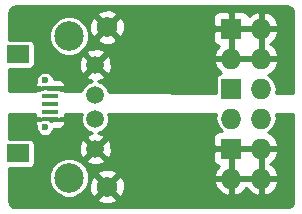
<source format=gbl>
G04 #@! TF.FileFunction,Copper,L2,Bot,Signal*
%FSLAX46Y46*%
G04 Gerber Fmt 4.6, Leading zero omitted, Abs format (unit mm)*
G04 Created by KiCad (PCBNEW (2015-01-02 BZR 5348)-product) date 4/1/2015 10:56:25 PM*
%MOMM*%
G01*
G04 APERTURE LIST*
%ADD10C,0.100000*%
%ADD11C,1.500000*%
%ADD12C,2.500000*%
%ADD13R,1.900000X1.600000*%
%ADD14R,1.350000X0.400000*%
%ADD15C,0.600000*%
%ADD16R,1.727200X1.727200*%
%ADD17O,1.727200X1.727200*%
%ADD18C,1.727200*%
%ADD19C,0.254000*%
G04 APERTURE END LIST*
D10*
D11*
X123000000Y-106060000D03*
X123000000Y-103520000D03*
X123000000Y-101480000D03*
X123000000Y-98940000D03*
D12*
X120800000Y-108500000D03*
X120800000Y-96500000D03*
D13*
X116500000Y-106450000D03*
X116500000Y-98050000D03*
D14*
X119175000Y-102250000D03*
X119175000Y-101600000D03*
X119175000Y-100950000D03*
X119175000Y-102900000D03*
X119175000Y-103550000D03*
D15*
X118750000Y-104250000D03*
X118750000Y-100250000D03*
D16*
X134500000Y-106040000D03*
D17*
X134500000Y-108580000D03*
X137040000Y-106040000D03*
X137040000Y-108580000D03*
D16*
X134500000Y-100960000D03*
D17*
X134500000Y-103500000D03*
X137040000Y-100960000D03*
X137040000Y-103500000D03*
D16*
X134500000Y-95880000D03*
D17*
X134500000Y-98420000D03*
X137040000Y-95880000D03*
X137040000Y-98420000D03*
D18*
X124000000Y-109250000D03*
X124000000Y-95750000D03*
D19*
G36*
X139768200Y-101363553D02*
X138283346Y-101349276D01*
X138360778Y-100960000D01*
X138262172Y-100464272D01*
X137981364Y-100044014D01*
X137592595Y-99784246D01*
X137928490Y-99626821D01*
X138322688Y-99194947D01*
X138494958Y-98779026D01*
X138494958Y-98060974D01*
X138322688Y-97645053D01*
X137928490Y-97213179D01*
X137793687Y-97150000D01*
X137928490Y-97086821D01*
X138322688Y-96654947D01*
X138494958Y-96239026D01*
X138494958Y-95520974D01*
X138322688Y-95105053D01*
X137928490Y-94673179D01*
X137399027Y-94425032D01*
X137167000Y-94545531D01*
X137167000Y-95753000D01*
X138373817Y-95753000D01*
X138494958Y-95520974D01*
X138494958Y-96239026D01*
X138373817Y-96007000D01*
X137167000Y-96007000D01*
X137167000Y-97085531D01*
X137167000Y-97214469D01*
X137167000Y-98293000D01*
X138373817Y-98293000D01*
X138494958Y-98060974D01*
X138494958Y-98779026D01*
X138373817Y-98547000D01*
X137167000Y-98547000D01*
X137167000Y-98567000D01*
X136913000Y-98567000D01*
X136913000Y-98547000D01*
X136913000Y-98293000D01*
X136913000Y-97214469D01*
X136913000Y-97085531D01*
X136913000Y-96007000D01*
X136913000Y-95753000D01*
X136913000Y-94545531D01*
X136680973Y-94425032D01*
X136151510Y-94673179D01*
X135984528Y-94856119D01*
X135901927Y-94656701D01*
X135723298Y-94478073D01*
X135489909Y-94381400D01*
X134785750Y-94381400D01*
X134627000Y-94540150D01*
X134627000Y-95753000D01*
X135706183Y-95753000D01*
X135839850Y-95753000D01*
X136913000Y-95753000D01*
X136913000Y-96007000D01*
X135839850Y-96007000D01*
X135706183Y-96007000D01*
X134627000Y-96007000D01*
X134627000Y-97085531D01*
X134627000Y-97219850D01*
X134627000Y-98293000D01*
X135706183Y-98293000D01*
X135833817Y-98293000D01*
X136913000Y-98293000D01*
X136913000Y-98547000D01*
X135833817Y-98547000D01*
X135706183Y-98547000D01*
X134627000Y-98547000D01*
X134627000Y-98567000D01*
X134373000Y-98567000D01*
X134373000Y-98547000D01*
X134373000Y-98293000D01*
X134373000Y-97219850D01*
X134373000Y-97085531D01*
X134373000Y-96007000D01*
X134373000Y-95753000D01*
X134373000Y-94540150D01*
X134214250Y-94381400D01*
X133510091Y-94381400D01*
X133276702Y-94478073D01*
X133098073Y-94656701D01*
X133001400Y-94890090D01*
X133001400Y-95142709D01*
X133001400Y-95594250D01*
X133160150Y-95753000D01*
X134373000Y-95753000D01*
X134373000Y-96007000D01*
X133160150Y-96007000D01*
X133001400Y-96165750D01*
X133001400Y-96617291D01*
X133001400Y-96869910D01*
X133098073Y-97103299D01*
X133276702Y-97281927D01*
X133474119Y-97363700D01*
X133217312Y-97645053D01*
X133045042Y-98060974D01*
X133166183Y-98293000D01*
X134373000Y-98293000D01*
X134373000Y-98547000D01*
X133166183Y-98547000D01*
X133045042Y-98779026D01*
X133217312Y-99194947D01*
X133611510Y-99626821D01*
X133674069Y-99656141D01*
X133636400Y-99656141D01*
X133471756Y-99688085D01*
X133327049Y-99783142D01*
X133230184Y-99926645D01*
X133196141Y-100096400D01*
X133196141Y-101300360D01*
X125510248Y-101226457D01*
X125510248Y-95981970D01*
X125484058Y-95386365D01*
X125306516Y-94957741D01*
X125053805Y-94875800D01*
X124874200Y-95055405D01*
X124874200Y-94696195D01*
X124792259Y-94443484D01*
X124231970Y-94239752D01*
X123636365Y-94265942D01*
X123207741Y-94443484D01*
X123125800Y-94696195D01*
X124000000Y-95570395D01*
X124874200Y-94696195D01*
X124874200Y-95055405D01*
X124179605Y-95750000D01*
X125053805Y-96624200D01*
X125306516Y-96542259D01*
X125510248Y-95981970D01*
X125510248Y-101226457D01*
X124874200Y-101220341D01*
X124874200Y-96803805D01*
X124000000Y-95929605D01*
X123820395Y-96109210D01*
X123820395Y-95750000D01*
X122946195Y-94875800D01*
X122693484Y-94957741D01*
X122489752Y-95518030D01*
X122515942Y-96113635D01*
X122693484Y-96542259D01*
X122946195Y-96624200D01*
X123820395Y-95750000D01*
X123820395Y-96109210D01*
X123125800Y-96803805D01*
X123207741Y-97056516D01*
X123768030Y-97260248D01*
X124363635Y-97234058D01*
X124792259Y-97056516D01*
X124874200Y-96803805D01*
X124874200Y-101220341D01*
X124397201Y-101215754D01*
X124397201Y-99144829D01*
X124369230Y-98594552D01*
X124212460Y-98216077D01*
X123971517Y-98148088D01*
X123791912Y-98327693D01*
X123791912Y-97968483D01*
X123723923Y-97727540D01*
X123204829Y-97542799D01*
X122654552Y-97570770D01*
X122482091Y-97642205D01*
X122482091Y-96166937D01*
X122226592Y-95548582D01*
X121753907Y-95075071D01*
X121135998Y-94818493D01*
X120466937Y-94817909D01*
X119848582Y-95073408D01*
X119375071Y-95546093D01*
X119118493Y-96164002D01*
X119117909Y-96833063D01*
X119373408Y-97451418D01*
X119846093Y-97924929D01*
X120464002Y-98181507D01*
X121133063Y-98182091D01*
X121751418Y-97926592D01*
X122224929Y-97453907D01*
X122481507Y-96835998D01*
X122482091Y-96166937D01*
X122482091Y-97642205D01*
X122276077Y-97727540D01*
X122208088Y-97968483D01*
X123000000Y-98760395D01*
X123791912Y-97968483D01*
X123791912Y-98327693D01*
X123179605Y-98940000D01*
X123971517Y-99731912D01*
X124212460Y-99663923D01*
X124397201Y-99144829D01*
X124397201Y-101215754D01*
X124168617Y-101213557D01*
X124002466Y-100811439D01*
X123670310Y-100478703D01*
X123271257Y-100313001D01*
X123345448Y-100309230D01*
X123723923Y-100152460D01*
X123791912Y-99911517D01*
X123000000Y-99119605D01*
X122820395Y-99299210D01*
X122820395Y-98940000D01*
X122028483Y-98148088D01*
X121787540Y-98216077D01*
X121602799Y-98735171D01*
X121630770Y-99285448D01*
X121787540Y-99663923D01*
X122028483Y-99731912D01*
X122820395Y-98940000D01*
X122820395Y-99299210D01*
X122208088Y-99911517D01*
X122276077Y-100152460D01*
X122728498Y-100313472D01*
X122331439Y-100477534D01*
X121998703Y-100809690D01*
X121840298Y-101191169D01*
X120454090Y-101177840D01*
X120326250Y-101050000D01*
X120103037Y-101050000D01*
X120019755Y-100993784D01*
X119850000Y-100959741D01*
X118948619Y-100959741D01*
X119163990Y-100870752D01*
X119231860Y-100803000D01*
X119302000Y-100803000D01*
X119302000Y-100850000D01*
X120326250Y-100850000D01*
X120485000Y-100691250D01*
X120485000Y-100623691D01*
X120388327Y-100390302D01*
X120209699Y-100211673D01*
X119976310Y-100115000D01*
X119723691Y-100115000D01*
X119481918Y-100115000D01*
X119481927Y-100105075D01*
X119370752Y-99836010D01*
X119165073Y-99629972D01*
X118896203Y-99518327D01*
X118605075Y-99518073D01*
X118336010Y-99629248D01*
X118129972Y-99834927D01*
X118018327Y-100103797D01*
X118018126Y-100333848D01*
X117961673Y-100390302D01*
X117865000Y-100623691D01*
X117865000Y-100691250D01*
X118023750Y-100850000D01*
X118314933Y-100850000D01*
X118334927Y-100870028D01*
X118550979Y-100959741D01*
X118500000Y-100959741D01*
X118335356Y-100991685D01*
X118246582Y-101050000D01*
X118023750Y-101050000D01*
X117920272Y-101153477D01*
X115731800Y-101132434D01*
X115731800Y-99290259D01*
X117450000Y-99290259D01*
X117614644Y-99258315D01*
X117759351Y-99163258D01*
X117856216Y-99019755D01*
X117890259Y-98850000D01*
X117890259Y-97250000D01*
X117858315Y-97085356D01*
X117763258Y-96940649D01*
X117619755Y-96843784D01*
X117450000Y-96809741D01*
X115731800Y-96809741D01*
X115731800Y-94547450D01*
X115779965Y-94305306D01*
X115890251Y-94140251D01*
X116055305Y-94029965D01*
X116297450Y-93981800D01*
X139202549Y-93981800D01*
X139444693Y-94029965D01*
X139609748Y-94140251D01*
X139720034Y-94305305D01*
X139768200Y-94547450D01*
X139768200Y-101363553D01*
X139768200Y-101363553D01*
G37*
X139768200Y-101363553D02*
X138283346Y-101349276D01*
X138360778Y-100960000D01*
X138262172Y-100464272D01*
X137981364Y-100044014D01*
X137592595Y-99784246D01*
X137928490Y-99626821D01*
X138322688Y-99194947D01*
X138494958Y-98779026D01*
X138494958Y-98060974D01*
X138322688Y-97645053D01*
X137928490Y-97213179D01*
X137793687Y-97150000D01*
X137928490Y-97086821D01*
X138322688Y-96654947D01*
X138494958Y-96239026D01*
X138494958Y-95520974D01*
X138322688Y-95105053D01*
X137928490Y-94673179D01*
X137399027Y-94425032D01*
X137167000Y-94545531D01*
X137167000Y-95753000D01*
X138373817Y-95753000D01*
X138494958Y-95520974D01*
X138494958Y-96239026D01*
X138373817Y-96007000D01*
X137167000Y-96007000D01*
X137167000Y-97085531D01*
X137167000Y-97214469D01*
X137167000Y-98293000D01*
X138373817Y-98293000D01*
X138494958Y-98060974D01*
X138494958Y-98779026D01*
X138373817Y-98547000D01*
X137167000Y-98547000D01*
X137167000Y-98567000D01*
X136913000Y-98567000D01*
X136913000Y-98547000D01*
X136913000Y-98293000D01*
X136913000Y-97214469D01*
X136913000Y-97085531D01*
X136913000Y-96007000D01*
X136913000Y-95753000D01*
X136913000Y-94545531D01*
X136680973Y-94425032D01*
X136151510Y-94673179D01*
X135984528Y-94856119D01*
X135901927Y-94656701D01*
X135723298Y-94478073D01*
X135489909Y-94381400D01*
X134785750Y-94381400D01*
X134627000Y-94540150D01*
X134627000Y-95753000D01*
X135706183Y-95753000D01*
X135839850Y-95753000D01*
X136913000Y-95753000D01*
X136913000Y-96007000D01*
X135839850Y-96007000D01*
X135706183Y-96007000D01*
X134627000Y-96007000D01*
X134627000Y-97085531D01*
X134627000Y-97219850D01*
X134627000Y-98293000D01*
X135706183Y-98293000D01*
X135833817Y-98293000D01*
X136913000Y-98293000D01*
X136913000Y-98547000D01*
X135833817Y-98547000D01*
X135706183Y-98547000D01*
X134627000Y-98547000D01*
X134627000Y-98567000D01*
X134373000Y-98567000D01*
X134373000Y-98547000D01*
X134373000Y-98293000D01*
X134373000Y-97219850D01*
X134373000Y-97085531D01*
X134373000Y-96007000D01*
X134373000Y-95753000D01*
X134373000Y-94540150D01*
X134214250Y-94381400D01*
X133510091Y-94381400D01*
X133276702Y-94478073D01*
X133098073Y-94656701D01*
X133001400Y-94890090D01*
X133001400Y-95142709D01*
X133001400Y-95594250D01*
X133160150Y-95753000D01*
X134373000Y-95753000D01*
X134373000Y-96007000D01*
X133160150Y-96007000D01*
X133001400Y-96165750D01*
X133001400Y-96617291D01*
X133001400Y-96869910D01*
X133098073Y-97103299D01*
X133276702Y-97281927D01*
X133474119Y-97363700D01*
X133217312Y-97645053D01*
X133045042Y-98060974D01*
X133166183Y-98293000D01*
X134373000Y-98293000D01*
X134373000Y-98547000D01*
X133166183Y-98547000D01*
X133045042Y-98779026D01*
X133217312Y-99194947D01*
X133611510Y-99626821D01*
X133674069Y-99656141D01*
X133636400Y-99656141D01*
X133471756Y-99688085D01*
X133327049Y-99783142D01*
X133230184Y-99926645D01*
X133196141Y-100096400D01*
X133196141Y-101300360D01*
X125510248Y-101226457D01*
X125510248Y-95981970D01*
X125484058Y-95386365D01*
X125306516Y-94957741D01*
X125053805Y-94875800D01*
X124874200Y-95055405D01*
X124874200Y-94696195D01*
X124792259Y-94443484D01*
X124231970Y-94239752D01*
X123636365Y-94265942D01*
X123207741Y-94443484D01*
X123125800Y-94696195D01*
X124000000Y-95570395D01*
X124874200Y-94696195D01*
X124874200Y-95055405D01*
X124179605Y-95750000D01*
X125053805Y-96624200D01*
X125306516Y-96542259D01*
X125510248Y-95981970D01*
X125510248Y-101226457D01*
X124874200Y-101220341D01*
X124874200Y-96803805D01*
X124000000Y-95929605D01*
X123820395Y-96109210D01*
X123820395Y-95750000D01*
X122946195Y-94875800D01*
X122693484Y-94957741D01*
X122489752Y-95518030D01*
X122515942Y-96113635D01*
X122693484Y-96542259D01*
X122946195Y-96624200D01*
X123820395Y-95750000D01*
X123820395Y-96109210D01*
X123125800Y-96803805D01*
X123207741Y-97056516D01*
X123768030Y-97260248D01*
X124363635Y-97234058D01*
X124792259Y-97056516D01*
X124874200Y-96803805D01*
X124874200Y-101220341D01*
X124397201Y-101215754D01*
X124397201Y-99144829D01*
X124369230Y-98594552D01*
X124212460Y-98216077D01*
X123971517Y-98148088D01*
X123791912Y-98327693D01*
X123791912Y-97968483D01*
X123723923Y-97727540D01*
X123204829Y-97542799D01*
X122654552Y-97570770D01*
X122482091Y-97642205D01*
X122482091Y-96166937D01*
X122226592Y-95548582D01*
X121753907Y-95075071D01*
X121135998Y-94818493D01*
X120466937Y-94817909D01*
X119848582Y-95073408D01*
X119375071Y-95546093D01*
X119118493Y-96164002D01*
X119117909Y-96833063D01*
X119373408Y-97451418D01*
X119846093Y-97924929D01*
X120464002Y-98181507D01*
X121133063Y-98182091D01*
X121751418Y-97926592D01*
X122224929Y-97453907D01*
X122481507Y-96835998D01*
X122482091Y-96166937D01*
X122482091Y-97642205D01*
X122276077Y-97727540D01*
X122208088Y-97968483D01*
X123000000Y-98760395D01*
X123791912Y-97968483D01*
X123791912Y-98327693D01*
X123179605Y-98940000D01*
X123971517Y-99731912D01*
X124212460Y-99663923D01*
X124397201Y-99144829D01*
X124397201Y-101215754D01*
X124168617Y-101213557D01*
X124002466Y-100811439D01*
X123670310Y-100478703D01*
X123271257Y-100313001D01*
X123345448Y-100309230D01*
X123723923Y-100152460D01*
X123791912Y-99911517D01*
X123000000Y-99119605D01*
X122820395Y-99299210D01*
X122820395Y-98940000D01*
X122028483Y-98148088D01*
X121787540Y-98216077D01*
X121602799Y-98735171D01*
X121630770Y-99285448D01*
X121787540Y-99663923D01*
X122028483Y-99731912D01*
X122820395Y-98940000D01*
X122820395Y-99299210D01*
X122208088Y-99911517D01*
X122276077Y-100152460D01*
X122728498Y-100313472D01*
X122331439Y-100477534D01*
X121998703Y-100809690D01*
X121840298Y-101191169D01*
X120454090Y-101177840D01*
X120326250Y-101050000D01*
X120103037Y-101050000D01*
X120019755Y-100993784D01*
X119850000Y-100959741D01*
X118948619Y-100959741D01*
X119163990Y-100870752D01*
X119231860Y-100803000D01*
X119302000Y-100803000D01*
X119302000Y-100850000D01*
X120326250Y-100850000D01*
X120485000Y-100691250D01*
X120485000Y-100623691D01*
X120388327Y-100390302D01*
X120209699Y-100211673D01*
X119976310Y-100115000D01*
X119723691Y-100115000D01*
X119481918Y-100115000D01*
X119481927Y-100105075D01*
X119370752Y-99836010D01*
X119165073Y-99629972D01*
X118896203Y-99518327D01*
X118605075Y-99518073D01*
X118336010Y-99629248D01*
X118129972Y-99834927D01*
X118018327Y-100103797D01*
X118018126Y-100333848D01*
X117961673Y-100390302D01*
X117865000Y-100623691D01*
X117865000Y-100691250D01*
X118023750Y-100850000D01*
X118314933Y-100850000D01*
X118334927Y-100870028D01*
X118550979Y-100959741D01*
X118500000Y-100959741D01*
X118335356Y-100991685D01*
X118246582Y-101050000D01*
X118023750Y-101050000D01*
X117920272Y-101153477D01*
X115731800Y-101132434D01*
X115731800Y-99290259D01*
X117450000Y-99290259D01*
X117614644Y-99258315D01*
X117759351Y-99163258D01*
X117856216Y-99019755D01*
X117890259Y-98850000D01*
X117890259Y-97250000D01*
X117858315Y-97085356D01*
X117763258Y-96940649D01*
X117619755Y-96843784D01*
X117450000Y-96809741D01*
X115731800Y-96809741D01*
X115731800Y-94547450D01*
X115779965Y-94305306D01*
X115890251Y-94140251D01*
X116055305Y-94029965D01*
X116297450Y-93981800D01*
X139202549Y-93981800D01*
X139444693Y-94029965D01*
X139609748Y-94140251D01*
X139720034Y-94305305D01*
X139768200Y-94547450D01*
X139768200Y-101363553D01*
G36*
X139768200Y-110452549D02*
X139720034Y-110694694D01*
X139609748Y-110859748D01*
X139444693Y-110970034D01*
X139202549Y-111018200D01*
X138494958Y-111018200D01*
X138494958Y-108939026D01*
X138494958Y-108220974D01*
X138322688Y-107805053D01*
X137928490Y-107373179D01*
X137793687Y-107310000D01*
X137928490Y-107246821D01*
X138322688Y-106814947D01*
X138494958Y-106399026D01*
X138373817Y-106167000D01*
X137167000Y-106167000D01*
X137167000Y-107245531D01*
X137167000Y-107374469D01*
X137167000Y-108453000D01*
X138373817Y-108453000D01*
X138494958Y-108220974D01*
X138494958Y-108939026D01*
X138373817Y-108707000D01*
X137167000Y-108707000D01*
X137167000Y-109914469D01*
X137399027Y-110034968D01*
X137928490Y-109786821D01*
X138322688Y-109354947D01*
X138494958Y-108939026D01*
X138494958Y-111018200D01*
X136913000Y-111018200D01*
X136913000Y-109914469D01*
X136913000Y-108707000D01*
X136913000Y-108453000D01*
X136913000Y-107374469D01*
X136913000Y-107245531D01*
X136913000Y-106167000D01*
X135839850Y-106167000D01*
X135706183Y-106167000D01*
X134627000Y-106167000D01*
X134627000Y-107245531D01*
X134627000Y-107379850D01*
X134627000Y-108453000D01*
X135706183Y-108453000D01*
X135833817Y-108453000D01*
X136913000Y-108453000D01*
X136913000Y-108707000D01*
X135833817Y-108707000D01*
X135706183Y-108707000D01*
X134627000Y-108707000D01*
X134627000Y-109914469D01*
X134859027Y-110034968D01*
X135388490Y-109786821D01*
X135770000Y-109368847D01*
X136151510Y-109786821D01*
X136680973Y-110034968D01*
X136913000Y-109914469D01*
X136913000Y-111018200D01*
X134373000Y-111018200D01*
X134373000Y-109914469D01*
X134373000Y-108707000D01*
X134373000Y-108453000D01*
X134373000Y-107379850D01*
X134373000Y-107245531D01*
X134373000Y-106167000D01*
X133160150Y-106167000D01*
X133001400Y-106325750D01*
X133001400Y-106777291D01*
X133001400Y-107029910D01*
X133098073Y-107263299D01*
X133276702Y-107441927D01*
X133474119Y-107523700D01*
X133217312Y-107805053D01*
X133045042Y-108220974D01*
X133166183Y-108453000D01*
X134373000Y-108453000D01*
X134373000Y-108707000D01*
X133166183Y-108707000D01*
X133045042Y-108939026D01*
X133217312Y-109354947D01*
X133611510Y-109786821D01*
X134140973Y-110034968D01*
X134373000Y-109914469D01*
X134373000Y-111018200D01*
X125510248Y-111018200D01*
X125510248Y-109481970D01*
X125484058Y-108886365D01*
X125306516Y-108457741D01*
X125053805Y-108375800D01*
X124874200Y-108555405D01*
X124874200Y-108196195D01*
X124792259Y-107943484D01*
X124397201Y-107799833D01*
X124397201Y-106264829D01*
X124369230Y-105714552D01*
X124212460Y-105336077D01*
X123971517Y-105268088D01*
X123179605Y-106060000D01*
X123971517Y-106851912D01*
X124212460Y-106783923D01*
X124397201Y-106264829D01*
X124397201Y-107799833D01*
X124231970Y-107739752D01*
X123791912Y-107759102D01*
X123791912Y-107031517D01*
X123000000Y-106239605D01*
X122820395Y-106419210D01*
X122820395Y-106060000D01*
X122028483Y-105268088D01*
X121787540Y-105336077D01*
X121602799Y-105855171D01*
X121630770Y-106405448D01*
X121787540Y-106783923D01*
X122028483Y-106851912D01*
X122820395Y-106060000D01*
X122820395Y-106419210D01*
X122208088Y-107031517D01*
X122276077Y-107272460D01*
X122795171Y-107457201D01*
X123345448Y-107429230D01*
X123723923Y-107272460D01*
X123791912Y-107031517D01*
X123791912Y-107759102D01*
X123636365Y-107765942D01*
X123207741Y-107943484D01*
X123125800Y-108196195D01*
X124000000Y-109070395D01*
X124874200Y-108196195D01*
X124874200Y-108555405D01*
X124179605Y-109250000D01*
X125053805Y-110124200D01*
X125306516Y-110042259D01*
X125510248Y-109481970D01*
X125510248Y-111018200D01*
X124874200Y-111018200D01*
X124874200Y-110303805D01*
X124000000Y-109429605D01*
X123820395Y-109609210D01*
X123820395Y-109250000D01*
X122946195Y-108375800D01*
X122693484Y-108457741D01*
X122489752Y-109018030D01*
X122515942Y-109613635D01*
X122693484Y-110042259D01*
X122946195Y-110124200D01*
X123820395Y-109250000D01*
X123820395Y-109609210D01*
X123125800Y-110303805D01*
X123207741Y-110556516D01*
X123768030Y-110760248D01*
X124363635Y-110734058D01*
X124792259Y-110556516D01*
X124874200Y-110303805D01*
X124874200Y-111018200D01*
X122482091Y-111018200D01*
X122482091Y-108166937D01*
X122226592Y-107548582D01*
X121753907Y-107075071D01*
X121135998Y-106818493D01*
X120466937Y-106817909D01*
X119848582Y-107073408D01*
X119375071Y-107546093D01*
X119118493Y-108164002D01*
X119117909Y-108833063D01*
X119373408Y-109451418D01*
X119846093Y-109924929D01*
X120464002Y-110181507D01*
X121133063Y-110182091D01*
X121751418Y-109926592D01*
X122224929Y-109453907D01*
X122481507Y-108835998D01*
X122482091Y-108166937D01*
X122482091Y-111018200D01*
X116297450Y-111018200D01*
X116055305Y-110970034D01*
X115890251Y-110859748D01*
X115779965Y-110694693D01*
X115731800Y-110452549D01*
X115731800Y-107690259D01*
X117450000Y-107690259D01*
X117614644Y-107658315D01*
X117759351Y-107563258D01*
X117856216Y-107419755D01*
X117890259Y-107250000D01*
X117890259Y-105650000D01*
X117858315Y-105485356D01*
X117763258Y-105340649D01*
X117619755Y-105243784D01*
X117450000Y-105209741D01*
X115731800Y-105209741D01*
X115731800Y-103127000D01*
X117905050Y-103127000D01*
X117865000Y-103223691D01*
X117865000Y-103291250D01*
X118023750Y-103450000D01*
X118246962Y-103450000D01*
X118330245Y-103506216D01*
X118500000Y-103540259D01*
X118551380Y-103540259D01*
X118336010Y-103629248D01*
X118315221Y-103650000D01*
X118023750Y-103650000D01*
X117865000Y-103808750D01*
X117865000Y-103876309D01*
X117961673Y-104109698D01*
X118018272Y-104166297D01*
X118018073Y-104394925D01*
X118129248Y-104663990D01*
X118334927Y-104870028D01*
X118603797Y-104981673D01*
X118894925Y-104981927D01*
X119163990Y-104870752D01*
X119370028Y-104665073D01*
X119481673Y-104396203D01*
X119481682Y-104385000D01*
X119723691Y-104385000D01*
X119976310Y-104385000D01*
X120209699Y-104288327D01*
X120388327Y-104109698D01*
X120485000Y-103876309D01*
X120485000Y-103808750D01*
X120326250Y-103650000D01*
X119302000Y-103650000D01*
X119302000Y-103697000D01*
X119231984Y-103697000D01*
X119165073Y-103629972D01*
X118949020Y-103540259D01*
X119850000Y-103540259D01*
X120014644Y-103508315D01*
X120103417Y-103450000D01*
X120326250Y-103450000D01*
X120485000Y-103291250D01*
X120485000Y-103223691D01*
X120444949Y-103127000D01*
X121883553Y-103127000D01*
X121818405Y-103283894D01*
X121817995Y-103754043D01*
X121997534Y-104188561D01*
X122329690Y-104521297D01*
X122728742Y-104686998D01*
X122654552Y-104690770D01*
X122276077Y-104847540D01*
X122208088Y-105088483D01*
X123000000Y-105880395D01*
X123791912Y-105088483D01*
X123723923Y-104847540D01*
X123271501Y-104686527D01*
X123668561Y-104522466D01*
X124001297Y-104190310D01*
X124181595Y-103756106D01*
X124182005Y-103285957D01*
X124116325Y-103127000D01*
X133253415Y-103127000D01*
X133179222Y-103500000D01*
X133277828Y-103995728D01*
X133558636Y-104415986D01*
X133746330Y-104541400D01*
X133510091Y-104541400D01*
X133276702Y-104638073D01*
X133098073Y-104816701D01*
X133001400Y-105050090D01*
X133001400Y-105302709D01*
X133001400Y-105754250D01*
X133160150Y-105913000D01*
X134373000Y-105913000D01*
X134373000Y-105893000D01*
X134627000Y-105893000D01*
X134627000Y-105913000D01*
X135706183Y-105913000D01*
X135839850Y-105913000D01*
X136913000Y-105913000D01*
X136913000Y-105893000D01*
X137167000Y-105893000D01*
X137167000Y-105913000D01*
X138373817Y-105913000D01*
X138494958Y-105680974D01*
X138322688Y-105265053D01*
X137928490Y-104833179D01*
X137592595Y-104675753D01*
X137981364Y-104415986D01*
X138262172Y-103995728D01*
X138360778Y-103500000D01*
X138286584Y-103127000D01*
X139768200Y-103127000D01*
X139768200Y-110452549D01*
X139768200Y-110452549D01*
G37*
X139768200Y-110452549D02*
X139720034Y-110694694D01*
X139609748Y-110859748D01*
X139444693Y-110970034D01*
X139202549Y-111018200D01*
X138494958Y-111018200D01*
X138494958Y-108939026D01*
X138494958Y-108220974D01*
X138322688Y-107805053D01*
X137928490Y-107373179D01*
X137793687Y-107310000D01*
X137928490Y-107246821D01*
X138322688Y-106814947D01*
X138494958Y-106399026D01*
X138373817Y-106167000D01*
X137167000Y-106167000D01*
X137167000Y-107245531D01*
X137167000Y-107374469D01*
X137167000Y-108453000D01*
X138373817Y-108453000D01*
X138494958Y-108220974D01*
X138494958Y-108939026D01*
X138373817Y-108707000D01*
X137167000Y-108707000D01*
X137167000Y-109914469D01*
X137399027Y-110034968D01*
X137928490Y-109786821D01*
X138322688Y-109354947D01*
X138494958Y-108939026D01*
X138494958Y-111018200D01*
X136913000Y-111018200D01*
X136913000Y-109914469D01*
X136913000Y-108707000D01*
X136913000Y-108453000D01*
X136913000Y-107374469D01*
X136913000Y-107245531D01*
X136913000Y-106167000D01*
X135839850Y-106167000D01*
X135706183Y-106167000D01*
X134627000Y-106167000D01*
X134627000Y-107245531D01*
X134627000Y-107379850D01*
X134627000Y-108453000D01*
X135706183Y-108453000D01*
X135833817Y-108453000D01*
X136913000Y-108453000D01*
X136913000Y-108707000D01*
X135833817Y-108707000D01*
X135706183Y-108707000D01*
X134627000Y-108707000D01*
X134627000Y-109914469D01*
X134859027Y-110034968D01*
X135388490Y-109786821D01*
X135770000Y-109368847D01*
X136151510Y-109786821D01*
X136680973Y-110034968D01*
X136913000Y-109914469D01*
X136913000Y-111018200D01*
X134373000Y-111018200D01*
X134373000Y-109914469D01*
X134373000Y-108707000D01*
X134373000Y-108453000D01*
X134373000Y-107379850D01*
X134373000Y-107245531D01*
X134373000Y-106167000D01*
X133160150Y-106167000D01*
X133001400Y-106325750D01*
X133001400Y-106777291D01*
X133001400Y-107029910D01*
X133098073Y-107263299D01*
X133276702Y-107441927D01*
X133474119Y-107523700D01*
X133217312Y-107805053D01*
X133045042Y-108220974D01*
X133166183Y-108453000D01*
X134373000Y-108453000D01*
X134373000Y-108707000D01*
X133166183Y-108707000D01*
X133045042Y-108939026D01*
X133217312Y-109354947D01*
X133611510Y-109786821D01*
X134140973Y-110034968D01*
X134373000Y-109914469D01*
X134373000Y-111018200D01*
X125510248Y-111018200D01*
X125510248Y-109481970D01*
X125484058Y-108886365D01*
X125306516Y-108457741D01*
X125053805Y-108375800D01*
X124874200Y-108555405D01*
X124874200Y-108196195D01*
X124792259Y-107943484D01*
X124397201Y-107799833D01*
X124397201Y-106264829D01*
X124369230Y-105714552D01*
X124212460Y-105336077D01*
X123971517Y-105268088D01*
X123179605Y-106060000D01*
X123971517Y-106851912D01*
X124212460Y-106783923D01*
X124397201Y-106264829D01*
X124397201Y-107799833D01*
X124231970Y-107739752D01*
X123791912Y-107759102D01*
X123791912Y-107031517D01*
X123000000Y-106239605D01*
X122820395Y-106419210D01*
X122820395Y-106060000D01*
X122028483Y-105268088D01*
X121787540Y-105336077D01*
X121602799Y-105855171D01*
X121630770Y-106405448D01*
X121787540Y-106783923D01*
X122028483Y-106851912D01*
X122820395Y-106060000D01*
X122820395Y-106419210D01*
X122208088Y-107031517D01*
X122276077Y-107272460D01*
X122795171Y-107457201D01*
X123345448Y-107429230D01*
X123723923Y-107272460D01*
X123791912Y-107031517D01*
X123791912Y-107759102D01*
X123636365Y-107765942D01*
X123207741Y-107943484D01*
X123125800Y-108196195D01*
X124000000Y-109070395D01*
X124874200Y-108196195D01*
X124874200Y-108555405D01*
X124179605Y-109250000D01*
X125053805Y-110124200D01*
X125306516Y-110042259D01*
X125510248Y-109481970D01*
X125510248Y-111018200D01*
X124874200Y-111018200D01*
X124874200Y-110303805D01*
X124000000Y-109429605D01*
X123820395Y-109609210D01*
X123820395Y-109250000D01*
X122946195Y-108375800D01*
X122693484Y-108457741D01*
X122489752Y-109018030D01*
X122515942Y-109613635D01*
X122693484Y-110042259D01*
X122946195Y-110124200D01*
X123820395Y-109250000D01*
X123820395Y-109609210D01*
X123125800Y-110303805D01*
X123207741Y-110556516D01*
X123768030Y-110760248D01*
X124363635Y-110734058D01*
X124792259Y-110556516D01*
X124874200Y-110303805D01*
X124874200Y-111018200D01*
X122482091Y-111018200D01*
X122482091Y-108166937D01*
X122226592Y-107548582D01*
X121753907Y-107075071D01*
X121135998Y-106818493D01*
X120466937Y-106817909D01*
X119848582Y-107073408D01*
X119375071Y-107546093D01*
X119118493Y-108164002D01*
X119117909Y-108833063D01*
X119373408Y-109451418D01*
X119846093Y-109924929D01*
X120464002Y-110181507D01*
X121133063Y-110182091D01*
X121751418Y-109926592D01*
X122224929Y-109453907D01*
X122481507Y-108835998D01*
X122482091Y-108166937D01*
X122482091Y-111018200D01*
X116297450Y-111018200D01*
X116055305Y-110970034D01*
X115890251Y-110859748D01*
X115779965Y-110694693D01*
X115731800Y-110452549D01*
X115731800Y-107690259D01*
X117450000Y-107690259D01*
X117614644Y-107658315D01*
X117759351Y-107563258D01*
X117856216Y-107419755D01*
X117890259Y-107250000D01*
X117890259Y-105650000D01*
X117858315Y-105485356D01*
X117763258Y-105340649D01*
X117619755Y-105243784D01*
X117450000Y-105209741D01*
X115731800Y-105209741D01*
X115731800Y-103127000D01*
X117905050Y-103127000D01*
X117865000Y-103223691D01*
X117865000Y-103291250D01*
X118023750Y-103450000D01*
X118246962Y-103450000D01*
X118330245Y-103506216D01*
X118500000Y-103540259D01*
X118551380Y-103540259D01*
X118336010Y-103629248D01*
X118315221Y-103650000D01*
X118023750Y-103650000D01*
X117865000Y-103808750D01*
X117865000Y-103876309D01*
X117961673Y-104109698D01*
X118018272Y-104166297D01*
X118018073Y-104394925D01*
X118129248Y-104663990D01*
X118334927Y-104870028D01*
X118603797Y-104981673D01*
X118894925Y-104981927D01*
X119163990Y-104870752D01*
X119370028Y-104665073D01*
X119481673Y-104396203D01*
X119481682Y-104385000D01*
X119723691Y-104385000D01*
X119976310Y-104385000D01*
X120209699Y-104288327D01*
X120388327Y-104109698D01*
X120485000Y-103876309D01*
X120485000Y-103808750D01*
X120326250Y-103650000D01*
X119302000Y-103650000D01*
X119302000Y-103697000D01*
X119231984Y-103697000D01*
X119165073Y-103629972D01*
X118949020Y-103540259D01*
X119850000Y-103540259D01*
X120014644Y-103508315D01*
X120103417Y-103450000D01*
X120326250Y-103450000D01*
X120485000Y-103291250D01*
X120485000Y-103223691D01*
X120444949Y-103127000D01*
X121883553Y-103127000D01*
X121818405Y-103283894D01*
X121817995Y-103754043D01*
X121997534Y-104188561D01*
X122329690Y-104521297D01*
X122728742Y-104686998D01*
X122654552Y-104690770D01*
X122276077Y-104847540D01*
X122208088Y-105088483D01*
X123000000Y-105880395D01*
X123791912Y-105088483D01*
X123723923Y-104847540D01*
X123271501Y-104686527D01*
X123668561Y-104522466D01*
X124001297Y-104190310D01*
X124181595Y-103756106D01*
X124182005Y-103285957D01*
X124116325Y-103127000D01*
X133253415Y-103127000D01*
X133179222Y-103500000D01*
X133277828Y-103995728D01*
X133558636Y-104415986D01*
X133746330Y-104541400D01*
X133510091Y-104541400D01*
X133276702Y-104638073D01*
X133098073Y-104816701D01*
X133001400Y-105050090D01*
X133001400Y-105302709D01*
X133001400Y-105754250D01*
X133160150Y-105913000D01*
X134373000Y-105913000D01*
X134373000Y-105893000D01*
X134627000Y-105893000D01*
X134627000Y-105913000D01*
X135706183Y-105913000D01*
X135839850Y-105913000D01*
X136913000Y-105913000D01*
X136913000Y-105893000D01*
X137167000Y-105893000D01*
X137167000Y-105913000D01*
X138373817Y-105913000D01*
X138494958Y-105680974D01*
X138322688Y-105265053D01*
X137928490Y-104833179D01*
X137592595Y-104675753D01*
X137981364Y-104415986D01*
X138262172Y-103995728D01*
X138360778Y-103500000D01*
X138286584Y-103127000D01*
X139768200Y-103127000D01*
X139768200Y-110452549D01*
M02*

</source>
